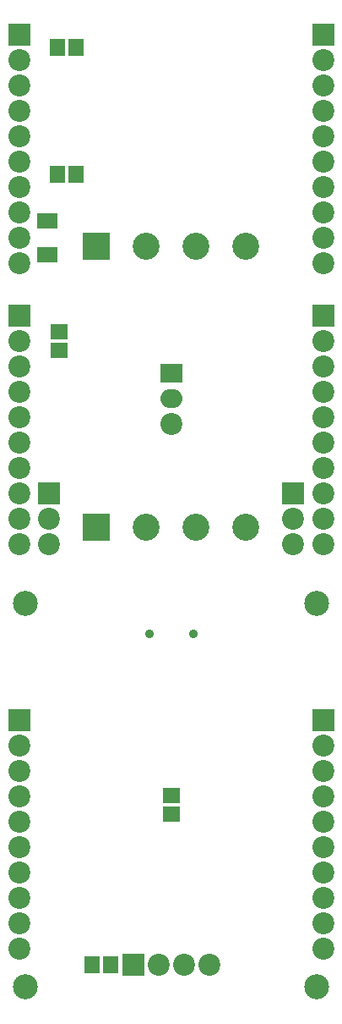
<source format=gbr>
G04 DipTrace 3.1.0.1*
G04 Íèæíÿÿìàñêà.gbr*
%MOIN*%
G04 #@! TF.FileFunction,Soldermask,Bot*
G04 #@! TF.Part,Single*
%ADD44C,0.098425*%
%ADD45C,0.035433*%
%ADD63O,0.086614X0.074803*%
%ADD65R,0.086614X0.074803*%
%ADD71R,0.066929X0.059055*%
%ADD75C,0.086614*%
%ADD77R,0.086614X0.086614*%
%ADD79C,0.106299*%
%ADD81R,0.106299X0.106299*%
%ADD83R,0.07874X0.062992*%
%ADD85R,0.059055X0.066929*%
%FSLAX26Y26*%
G04*
G70*
G90*
G75*
G01*
G04 BotMask*
%LPD*%
D85*
X212615Y3787730D3*
X287419D3*
X212718Y3287677D3*
X287521D3*
D83*
X175009Y3104580D3*
Y2970722D3*
D81*
X367285Y3006398D3*
D79*
X564135D3*
X760986D3*
X957836D3*
D77*
X62497Y3837688D3*
D75*
Y3737688D3*
Y3637688D3*
Y3537688D3*
Y3437688D3*
Y3337688D3*
Y3237688D3*
Y3137688D3*
Y3037688D3*
Y2937688D3*
D77*
X1262623Y3837688D3*
D75*
Y3737688D3*
Y3637688D3*
Y3537688D3*
Y3437688D3*
Y3337688D3*
Y3237688D3*
Y3137688D3*
Y3037688D3*
Y2937688D3*
D71*
X218896Y2668753D3*
Y2593950D3*
D81*
X367348Y1900114D3*
D79*
X564198D3*
X761049D3*
X957899D3*
D65*
X662693Y2506328D3*
D63*
Y2406328D3*
D75*
Y2306328D3*
D77*
X1143871Y2031369D3*
D75*
Y1931369D3*
Y1831369D3*
D77*
X181375Y2031369D3*
D75*
Y1931369D3*
Y1831369D3*
D77*
X62623Y2731369D3*
D75*
Y2631369D3*
Y2531369D3*
Y2431369D3*
Y2331369D3*
Y2231369D3*
Y2131369D3*
Y2031369D3*
Y1931369D3*
Y1831369D3*
D77*
X1262623Y2731369D3*
D75*
Y2631369D3*
Y2531369D3*
Y2431369D3*
Y2331369D3*
Y2231369D3*
Y2131369D3*
Y2031369D3*
Y1931369D3*
Y1831369D3*
D71*
X662568Y843837D3*
Y769034D3*
D85*
X424941Y175017D3*
X350138D3*
D44*
X1237500Y1600000D3*
X87500D3*
X87499Y87499D3*
X1237629Y87508D3*
D45*
X749094Y1477656D3*
X575866D3*
D77*
X1262499Y1137499D3*
D75*
Y1037499D3*
Y937499D3*
Y837499D3*
Y737499D3*
Y637499D3*
Y537499D3*
Y437499D3*
Y337499D3*
Y237499D3*
D77*
X62499Y1137499D3*
D75*
Y1037499D3*
Y937499D3*
Y837499D3*
Y737499D3*
Y637499D3*
Y537499D3*
Y437499D3*
Y337499D3*
Y237499D3*
D77*
X512568Y175017D3*
D75*
X612568D3*
X712568D3*
X812568D3*
M02*

</source>
